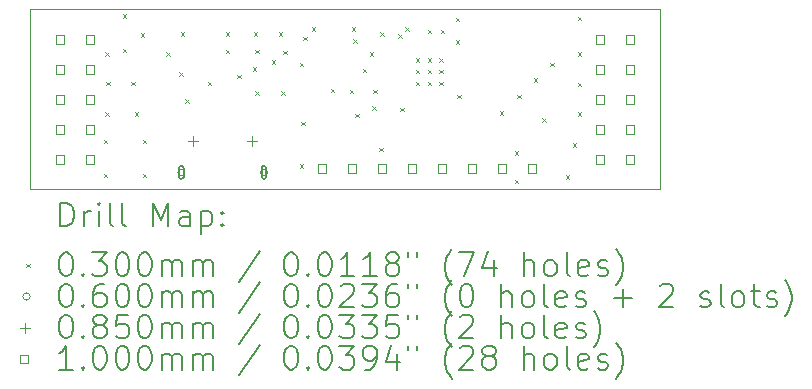
<source format=gbr>
%FSLAX45Y45*%
G04 Gerber Fmt 4.5, Leading zero omitted, Abs format (unit mm)*
G04 Created by KiCad (PCBNEW 5.99.0-unknown-476558e~101~ubuntu19.10.1) date 2020-07-07 10:55:05*
%MOMM*%
%LPD*%
G01*
G04 APERTURE LIST*
%TA.AperFunction,Profile*%
%ADD10C,0.050000*%
%TD*%
%ADD11C,0.200000*%
%ADD12C,0.030000*%
%ADD13C,0.060000*%
%ADD14C,0.085000*%
%ADD15C,0.100000*%
G04 APERTURE END LIST*
D10*
X9652000Y-10433500D02*
X9652000Y-11957500D01*
X14986000Y-10433500D02*
X9652000Y-10433500D01*
X14986000Y-11957500D02*
X14986000Y-10433500D01*
X9652000Y-11957500D02*
X14986000Y-11957500D01*
D11*
D12*
X10275000Y-11535000D02*
X10305000Y-11565000D01*
X10305000Y-11535000D02*
X10275000Y-11565000D01*
X10275000Y-11825000D02*
X10305000Y-11855000D01*
X10305000Y-11825000D02*
X10275000Y-11855000D01*
X10285000Y-10795000D02*
X10315000Y-10825000D01*
X10315000Y-10795000D02*
X10285000Y-10825000D01*
X10285000Y-11305000D02*
X10315000Y-11335000D01*
X10315000Y-11305000D02*
X10285000Y-11335000D01*
X10295000Y-11045000D02*
X10325000Y-11075000D01*
X10325000Y-11045000D02*
X10295000Y-11075000D01*
X10435000Y-10475000D02*
X10465000Y-10505000D01*
X10465000Y-10475000D02*
X10435000Y-10505000D01*
X10435000Y-10765000D02*
X10465000Y-10795000D01*
X10465000Y-10765000D02*
X10435000Y-10795000D01*
X10505000Y-11045000D02*
X10535000Y-11075000D01*
X10535000Y-11045000D02*
X10505000Y-11075000D01*
X10535000Y-11305000D02*
X10565000Y-11335000D01*
X10565000Y-11305000D02*
X10535000Y-11335000D01*
X10585000Y-10635000D02*
X10615000Y-10665000D01*
X10615000Y-10635000D02*
X10585000Y-10665000D01*
X10605000Y-11535000D02*
X10635000Y-11565000D01*
X10635000Y-11535000D02*
X10605000Y-11565000D01*
X10605000Y-11825000D02*
X10635000Y-11855000D01*
X10635000Y-11825000D02*
X10605000Y-11855000D01*
X10805000Y-10795000D02*
X10835000Y-10825000D01*
X10835000Y-10795000D02*
X10805000Y-10825000D01*
X10915000Y-10965000D02*
X10945000Y-10995000D01*
X10945000Y-10965000D02*
X10915000Y-10995000D01*
X10925000Y-10625000D02*
X10955000Y-10655000D01*
X10955000Y-10625000D02*
X10925000Y-10655000D01*
X10965000Y-11195000D02*
X10995000Y-11225000D01*
X10995000Y-11195000D02*
X10965000Y-11225000D01*
X11155000Y-11045000D02*
X11185000Y-11075000D01*
X11185000Y-11045000D02*
X11155000Y-11075000D01*
X11305000Y-10625000D02*
X11335000Y-10655000D01*
X11335000Y-10625000D02*
X11305000Y-10655000D01*
X11305000Y-10775000D02*
X11335000Y-10805000D01*
X11335000Y-10775000D02*
X11305000Y-10805000D01*
X11405000Y-10985000D02*
X11435000Y-11015000D01*
X11435000Y-10985000D02*
X11405000Y-11015000D01*
X11535000Y-10925000D02*
X11565000Y-10955000D01*
X11565000Y-10925000D02*
X11535000Y-10955000D01*
X11545000Y-10625000D02*
X11575000Y-10655000D01*
X11575000Y-10625000D02*
X11545000Y-10655000D01*
X11555000Y-10775000D02*
X11585000Y-10805000D01*
X11585000Y-10775000D02*
X11555000Y-10805000D01*
X11555000Y-11125000D02*
X11585000Y-11155000D01*
X11585000Y-11125000D02*
X11555000Y-11155000D01*
X11695000Y-10865000D02*
X11725000Y-10895000D01*
X11725000Y-10865000D02*
X11695000Y-10895000D01*
X11755000Y-10625000D02*
X11785000Y-10655000D01*
X11785000Y-10625000D02*
X11755000Y-10655000D01*
X11775000Y-11125000D02*
X11805000Y-11155000D01*
X11805000Y-11125000D02*
X11775000Y-11155000D01*
X11795000Y-10785000D02*
X11825000Y-10815000D01*
X11825000Y-10785000D02*
X11795000Y-10815000D01*
X11935000Y-10885000D02*
X11965000Y-10915000D01*
X11965000Y-10885000D02*
X11935000Y-10915000D01*
X11935000Y-11745000D02*
X11965000Y-11775000D01*
X11965000Y-11745000D02*
X11935000Y-11775000D01*
X11945000Y-11385000D02*
X11975000Y-11415000D01*
X11975000Y-11385000D02*
X11945000Y-11415000D01*
X11965000Y-10665000D02*
X11995000Y-10695000D01*
X11995000Y-10665000D02*
X11965000Y-10695000D01*
X12035000Y-10585000D02*
X12065000Y-10615000D01*
X12065000Y-10585000D02*
X12035000Y-10615000D01*
X12195000Y-11105000D02*
X12225000Y-11135000D01*
X12225000Y-11105000D02*
X12195000Y-11135000D01*
X12355000Y-11115000D02*
X12385000Y-11145000D01*
X12385000Y-11115000D02*
X12355000Y-11145000D01*
X12375000Y-10585000D02*
X12405000Y-10615000D01*
X12405000Y-10585000D02*
X12375000Y-10615000D01*
X12385000Y-10685000D02*
X12415000Y-10715000D01*
X12415000Y-10685000D02*
X12385000Y-10715000D01*
X12405000Y-11315000D02*
X12435000Y-11345000D01*
X12435000Y-11315000D02*
X12405000Y-11345000D01*
X12465000Y-10935000D02*
X12495000Y-10965000D01*
X12495000Y-10935000D02*
X12465000Y-10965000D01*
X12525000Y-10795000D02*
X12555000Y-10825000D01*
X12555000Y-10795000D02*
X12525000Y-10825000D01*
X12545000Y-11255000D02*
X12575000Y-11285000D01*
X12575000Y-11255000D02*
X12545000Y-11285000D01*
X12555000Y-11115000D02*
X12585000Y-11145000D01*
X12585000Y-11115000D02*
X12555000Y-11145000D01*
X12605000Y-11605000D02*
X12635000Y-11635000D01*
X12635000Y-11605000D02*
X12605000Y-11635000D01*
X12615000Y-10625000D02*
X12645000Y-10655000D01*
X12645000Y-10625000D02*
X12615000Y-10655000D01*
X12765000Y-10645000D02*
X12795000Y-10675000D01*
X12795000Y-10645000D02*
X12765000Y-10675000D01*
X12785000Y-11265000D02*
X12815000Y-11295000D01*
X12815000Y-11265000D02*
X12785000Y-11295000D01*
X12825000Y-10585000D02*
X12855000Y-10615000D01*
X12855000Y-10585000D02*
X12825000Y-10615000D01*
X13015000Y-10605000D02*
X13045000Y-10635000D01*
X13045000Y-10605000D02*
X13015000Y-10635000D01*
X13125000Y-10605000D02*
X13155000Y-10635000D01*
X13155000Y-10605000D02*
X13125000Y-10635000D01*
X13255000Y-10505000D02*
X13285000Y-10535000D01*
X13285000Y-10505000D02*
X13255000Y-10535000D01*
X13255000Y-10695000D02*
X13285000Y-10725000D01*
X13285000Y-10695000D02*
X13255000Y-10725000D01*
X13265000Y-11155000D02*
X13295000Y-11185000D01*
X13295000Y-11155000D02*
X13265000Y-11185000D01*
X13625000Y-11295000D02*
X13655000Y-11325000D01*
X13655000Y-11295000D02*
X13625000Y-11325000D01*
X13755000Y-11635000D02*
X13785000Y-11665000D01*
X13785000Y-11635000D02*
X13755000Y-11665000D01*
X13755000Y-11875000D02*
X13785000Y-11905000D01*
X13785000Y-11875000D02*
X13755000Y-11905000D01*
X13775000Y-11155000D02*
X13805000Y-11185000D01*
X13805000Y-11155000D02*
X13775000Y-11185000D01*
X13915000Y-11015000D02*
X13945000Y-11045000D01*
X13945000Y-11015000D02*
X13915000Y-11045000D01*
X13985000Y-11355000D02*
X14015000Y-11385000D01*
X14015000Y-11355000D02*
X13985000Y-11385000D01*
X14055000Y-10885000D02*
X14085000Y-10915000D01*
X14085000Y-10885000D02*
X14055000Y-10915000D01*
X14185000Y-11835000D02*
X14215000Y-11865000D01*
X14215000Y-11835000D02*
X14185000Y-11865000D01*
X14245000Y-11565000D02*
X14275000Y-11595000D01*
X14275000Y-11565000D02*
X14245000Y-11595000D01*
X14285000Y-10495000D02*
X14315000Y-10525000D01*
X14315000Y-10495000D02*
X14285000Y-10525000D01*
X14285000Y-10795000D02*
X14315000Y-10825000D01*
X14315000Y-10795000D02*
X14285000Y-10825000D01*
X14285000Y-11055000D02*
X14315000Y-11085000D01*
X14315000Y-11055000D02*
X14285000Y-11085000D01*
X14285000Y-11305000D02*
X14315000Y-11335000D01*
X14315000Y-11305000D02*
X14285000Y-11335000D01*
X12915000Y-10845000D02*
X12945000Y-10875000D01*
X12945000Y-10845000D02*
X12915000Y-10875000D01*
X12915000Y-10945000D02*
X12945000Y-10975000D01*
X12945000Y-10945000D02*
X12915000Y-10975000D01*
X12915000Y-11045000D02*
X12945000Y-11075000D01*
X12945000Y-11045000D02*
X12915000Y-11075000D01*
X13015000Y-10845000D02*
X13045000Y-10875000D01*
X13045000Y-10845000D02*
X13015000Y-10875000D01*
X13015000Y-10945000D02*
X13045000Y-10975000D01*
X13045000Y-10945000D02*
X13015000Y-10975000D01*
X13015000Y-11045000D02*
X13045000Y-11075000D01*
X13045000Y-11045000D02*
X13015000Y-11075000D01*
X13115000Y-10845000D02*
X13145000Y-10875000D01*
X13145000Y-10845000D02*
X13115000Y-10875000D01*
X13115000Y-10945000D02*
X13145000Y-10975000D01*
X13145000Y-10945000D02*
X13115000Y-10975000D01*
X13115000Y-11045000D02*
X13145000Y-11075000D01*
X13145000Y-11045000D02*
X13115000Y-11075000D01*
D13*
X10960000Y-11813750D02*
G75*
G03*
X10960000Y-11813750I-30000J0D01*
G01*
D11*
X10950000Y-11848750D02*
X10950000Y-11778750D01*
X10910000Y-11848750D02*
X10910000Y-11778750D01*
X10950000Y-11778750D02*
G75*
G03*
X10910000Y-11778750I-20000J0D01*
G01*
X10910000Y-11848750D02*
G75*
G03*
X10950000Y-11848750I20000J0D01*
G01*
D13*
X11660000Y-11813750D02*
G75*
G03*
X11660000Y-11813750I-30000J0D01*
G01*
D11*
X11610000Y-11778750D02*
X11610000Y-11848750D01*
X11650000Y-11778750D02*
X11650000Y-11848750D01*
X11610000Y-11848750D02*
G75*
G03*
X11650000Y-11848750I20000J0D01*
G01*
X11650000Y-11778750D02*
G75*
G03*
X11610000Y-11778750I-20000J0D01*
G01*
D14*
X11030000Y-11501250D02*
X11030000Y-11586250D01*
X10987500Y-11543750D02*
X11072500Y-11543750D01*
X11530000Y-11501250D02*
X11530000Y-11586250D01*
X11487500Y-11543750D02*
X11572500Y-11543750D01*
D15*
X14513356Y-10722856D02*
X14513356Y-10652144D01*
X14442644Y-10652144D01*
X14442644Y-10722856D01*
X14513356Y-10722856D01*
X14513356Y-10976856D02*
X14513356Y-10906144D01*
X14442644Y-10906144D01*
X14442644Y-10976856D01*
X14513356Y-10976856D01*
X14513356Y-11230856D02*
X14513356Y-11160144D01*
X14442644Y-11160144D01*
X14442644Y-11230856D01*
X14513356Y-11230856D01*
X14513356Y-11484856D02*
X14513356Y-11414144D01*
X14442644Y-11414144D01*
X14442644Y-11484856D01*
X14513356Y-11484856D01*
X14513356Y-11738856D02*
X14513356Y-11668144D01*
X14442644Y-11668144D01*
X14442644Y-11738856D01*
X14513356Y-11738856D01*
X14767356Y-10722856D02*
X14767356Y-10652144D01*
X14696644Y-10652144D01*
X14696644Y-10722856D01*
X14767356Y-10722856D01*
X14767356Y-10976856D02*
X14767356Y-10906144D01*
X14696644Y-10906144D01*
X14696644Y-10976856D01*
X14767356Y-10976856D01*
X14767356Y-11230856D02*
X14767356Y-11160144D01*
X14696644Y-11160144D01*
X14696644Y-11230856D01*
X14767356Y-11230856D01*
X14767356Y-11484856D02*
X14767356Y-11414144D01*
X14696644Y-11414144D01*
X14696644Y-11484856D01*
X14767356Y-11484856D01*
X14767356Y-11738856D02*
X14767356Y-11668144D01*
X14696644Y-11668144D01*
X14696644Y-11738856D01*
X14767356Y-11738856D01*
X12155356Y-11815356D02*
X12155356Y-11744644D01*
X12084644Y-11744644D01*
X12084644Y-11815356D01*
X12155356Y-11815356D01*
X12409356Y-11815356D02*
X12409356Y-11744644D01*
X12338644Y-11744644D01*
X12338644Y-11815356D01*
X12409356Y-11815356D01*
X12663356Y-11815356D02*
X12663356Y-11744644D01*
X12592644Y-11744644D01*
X12592644Y-11815356D01*
X12663356Y-11815356D01*
X12917356Y-11815356D02*
X12917356Y-11744644D01*
X12846644Y-11744644D01*
X12846644Y-11815356D01*
X12917356Y-11815356D01*
X13171356Y-11815356D02*
X13171356Y-11744644D01*
X13100644Y-11744644D01*
X13100644Y-11815356D01*
X13171356Y-11815356D01*
X13425356Y-11815356D02*
X13425356Y-11744644D01*
X13354644Y-11744644D01*
X13354644Y-11815356D01*
X13425356Y-11815356D01*
X13679356Y-11815356D02*
X13679356Y-11744644D01*
X13608644Y-11744644D01*
X13608644Y-11815356D01*
X13679356Y-11815356D01*
X13933356Y-11815356D02*
X13933356Y-11744644D01*
X13862644Y-11744644D01*
X13862644Y-11815356D01*
X13933356Y-11815356D01*
X9941356Y-10722856D02*
X9941356Y-10652144D01*
X9870644Y-10652144D01*
X9870644Y-10722856D01*
X9941356Y-10722856D01*
X9941356Y-10976856D02*
X9941356Y-10906144D01*
X9870644Y-10906144D01*
X9870644Y-10976856D01*
X9941356Y-10976856D01*
X9941356Y-11230856D02*
X9941356Y-11160144D01*
X9870644Y-11160144D01*
X9870644Y-11230856D01*
X9941356Y-11230856D01*
X9941356Y-11484856D02*
X9941356Y-11414144D01*
X9870644Y-11414144D01*
X9870644Y-11484856D01*
X9941356Y-11484856D01*
X9941356Y-11738856D02*
X9941356Y-11668144D01*
X9870644Y-11668144D01*
X9870644Y-11738856D01*
X9941356Y-11738856D01*
X10195356Y-10722856D02*
X10195356Y-10652144D01*
X10124644Y-10652144D01*
X10124644Y-10722856D01*
X10195356Y-10722856D01*
X10195356Y-10976856D02*
X10195356Y-10906144D01*
X10124644Y-10906144D01*
X10124644Y-10976856D01*
X10195356Y-10976856D01*
X10195356Y-11230856D02*
X10195356Y-11160144D01*
X10124644Y-11160144D01*
X10124644Y-11230856D01*
X10195356Y-11230856D01*
X10195356Y-11484856D02*
X10195356Y-11414144D01*
X10124644Y-11414144D01*
X10124644Y-11484856D01*
X10195356Y-11484856D01*
X10195356Y-11738856D02*
X10195356Y-11668144D01*
X10124644Y-11668144D01*
X10124644Y-11738856D01*
X10195356Y-11738856D01*
D11*
X9907119Y-12270476D02*
X9907119Y-12070476D01*
X9954738Y-12070476D01*
X9983309Y-12080000D01*
X10002357Y-12099048D01*
X10011881Y-12118095D01*
X10021405Y-12156190D01*
X10021405Y-12184762D01*
X10011881Y-12222857D01*
X10002357Y-12241905D01*
X9983309Y-12260952D01*
X9954738Y-12270476D01*
X9907119Y-12270476D01*
X10107119Y-12270476D02*
X10107119Y-12137143D01*
X10107119Y-12175238D02*
X10116643Y-12156190D01*
X10126167Y-12146667D01*
X10145214Y-12137143D01*
X10164262Y-12137143D01*
X10230928Y-12270476D02*
X10230928Y-12137143D01*
X10230928Y-12070476D02*
X10221405Y-12080000D01*
X10230928Y-12089524D01*
X10240452Y-12080000D01*
X10230928Y-12070476D01*
X10230928Y-12089524D01*
X10354738Y-12270476D02*
X10335690Y-12260952D01*
X10326167Y-12241905D01*
X10326167Y-12070476D01*
X10459500Y-12270476D02*
X10440452Y-12260952D01*
X10430928Y-12241905D01*
X10430928Y-12070476D01*
X10688071Y-12270476D02*
X10688071Y-12070476D01*
X10754738Y-12213333D01*
X10821405Y-12070476D01*
X10821405Y-12270476D01*
X11002357Y-12270476D02*
X11002357Y-12165714D01*
X10992833Y-12146667D01*
X10973786Y-12137143D01*
X10935690Y-12137143D01*
X10916643Y-12146667D01*
X11002357Y-12260952D02*
X10983309Y-12270476D01*
X10935690Y-12270476D01*
X10916643Y-12260952D01*
X10907119Y-12241905D01*
X10907119Y-12222857D01*
X10916643Y-12203810D01*
X10935690Y-12194286D01*
X10983309Y-12194286D01*
X11002357Y-12184762D01*
X11097595Y-12137143D02*
X11097595Y-12337143D01*
X11097595Y-12146667D02*
X11116643Y-12137143D01*
X11154738Y-12137143D01*
X11173786Y-12146667D01*
X11183309Y-12156190D01*
X11192833Y-12175238D01*
X11192833Y-12232381D01*
X11183309Y-12251429D01*
X11173786Y-12260952D01*
X11154738Y-12270476D01*
X11116643Y-12270476D01*
X11097595Y-12260952D01*
X11278547Y-12251429D02*
X11288071Y-12260952D01*
X11278547Y-12270476D01*
X11269024Y-12260952D01*
X11278547Y-12251429D01*
X11278547Y-12270476D01*
X11278547Y-12146667D02*
X11288071Y-12156190D01*
X11278547Y-12165714D01*
X11269024Y-12156190D01*
X11278547Y-12146667D01*
X11278547Y-12165714D01*
D12*
X9619500Y-12585000D02*
X9649500Y-12615000D01*
X9649500Y-12585000D02*
X9619500Y-12615000D01*
D11*
X9945214Y-12490476D02*
X9964262Y-12490476D01*
X9983309Y-12500000D01*
X9992833Y-12509524D01*
X10002357Y-12528571D01*
X10011881Y-12566667D01*
X10011881Y-12614286D01*
X10002357Y-12652381D01*
X9992833Y-12671429D01*
X9983309Y-12680952D01*
X9964262Y-12690476D01*
X9945214Y-12690476D01*
X9926167Y-12680952D01*
X9916643Y-12671429D01*
X9907119Y-12652381D01*
X9897595Y-12614286D01*
X9897595Y-12566667D01*
X9907119Y-12528571D01*
X9916643Y-12509524D01*
X9926167Y-12500000D01*
X9945214Y-12490476D01*
X10097595Y-12671429D02*
X10107119Y-12680952D01*
X10097595Y-12690476D01*
X10088071Y-12680952D01*
X10097595Y-12671429D01*
X10097595Y-12690476D01*
X10173786Y-12490476D02*
X10297595Y-12490476D01*
X10230928Y-12566667D01*
X10259500Y-12566667D01*
X10278548Y-12576190D01*
X10288071Y-12585714D01*
X10297595Y-12604762D01*
X10297595Y-12652381D01*
X10288071Y-12671429D01*
X10278548Y-12680952D01*
X10259500Y-12690476D01*
X10202357Y-12690476D01*
X10183309Y-12680952D01*
X10173786Y-12671429D01*
X10421405Y-12490476D02*
X10440452Y-12490476D01*
X10459500Y-12500000D01*
X10469024Y-12509524D01*
X10478548Y-12528571D01*
X10488071Y-12566667D01*
X10488071Y-12614286D01*
X10478548Y-12652381D01*
X10469024Y-12671429D01*
X10459500Y-12680952D01*
X10440452Y-12690476D01*
X10421405Y-12690476D01*
X10402357Y-12680952D01*
X10392833Y-12671429D01*
X10383309Y-12652381D01*
X10373786Y-12614286D01*
X10373786Y-12566667D01*
X10383309Y-12528571D01*
X10392833Y-12509524D01*
X10402357Y-12500000D01*
X10421405Y-12490476D01*
X10611881Y-12490476D02*
X10630928Y-12490476D01*
X10649976Y-12500000D01*
X10659500Y-12509524D01*
X10669024Y-12528571D01*
X10678548Y-12566667D01*
X10678548Y-12614286D01*
X10669024Y-12652381D01*
X10659500Y-12671429D01*
X10649976Y-12680952D01*
X10630928Y-12690476D01*
X10611881Y-12690476D01*
X10592833Y-12680952D01*
X10583309Y-12671429D01*
X10573786Y-12652381D01*
X10564262Y-12614286D01*
X10564262Y-12566667D01*
X10573786Y-12528571D01*
X10583309Y-12509524D01*
X10592833Y-12500000D01*
X10611881Y-12490476D01*
X10764262Y-12690476D02*
X10764262Y-12557143D01*
X10764262Y-12576190D02*
X10773786Y-12566667D01*
X10792833Y-12557143D01*
X10821405Y-12557143D01*
X10840452Y-12566667D01*
X10849976Y-12585714D01*
X10849976Y-12690476D01*
X10849976Y-12585714D02*
X10859500Y-12566667D01*
X10878548Y-12557143D01*
X10907119Y-12557143D01*
X10926167Y-12566667D01*
X10935690Y-12585714D01*
X10935690Y-12690476D01*
X11030928Y-12690476D02*
X11030928Y-12557143D01*
X11030928Y-12576190D02*
X11040452Y-12566667D01*
X11059500Y-12557143D01*
X11088071Y-12557143D01*
X11107119Y-12566667D01*
X11116643Y-12585714D01*
X11116643Y-12690476D01*
X11116643Y-12585714D02*
X11126167Y-12566667D01*
X11145214Y-12557143D01*
X11173786Y-12557143D01*
X11192833Y-12566667D01*
X11202357Y-12585714D01*
X11202357Y-12690476D01*
X11592833Y-12480952D02*
X11421405Y-12738095D01*
X11849976Y-12490476D02*
X11869024Y-12490476D01*
X11888071Y-12500000D01*
X11897595Y-12509524D01*
X11907119Y-12528571D01*
X11916643Y-12566667D01*
X11916643Y-12614286D01*
X11907119Y-12652381D01*
X11897595Y-12671429D01*
X11888071Y-12680952D01*
X11869024Y-12690476D01*
X11849976Y-12690476D01*
X11830928Y-12680952D01*
X11821405Y-12671429D01*
X11811881Y-12652381D01*
X11802357Y-12614286D01*
X11802357Y-12566667D01*
X11811881Y-12528571D01*
X11821405Y-12509524D01*
X11830928Y-12500000D01*
X11849976Y-12490476D01*
X12002357Y-12671429D02*
X12011881Y-12680952D01*
X12002357Y-12690476D01*
X11992833Y-12680952D01*
X12002357Y-12671429D01*
X12002357Y-12690476D01*
X12135690Y-12490476D02*
X12154738Y-12490476D01*
X12173786Y-12500000D01*
X12183309Y-12509524D01*
X12192833Y-12528571D01*
X12202357Y-12566667D01*
X12202357Y-12614286D01*
X12192833Y-12652381D01*
X12183309Y-12671429D01*
X12173786Y-12680952D01*
X12154738Y-12690476D01*
X12135690Y-12690476D01*
X12116643Y-12680952D01*
X12107119Y-12671429D01*
X12097595Y-12652381D01*
X12088071Y-12614286D01*
X12088071Y-12566667D01*
X12097595Y-12528571D01*
X12107119Y-12509524D01*
X12116643Y-12500000D01*
X12135690Y-12490476D01*
X12392833Y-12690476D02*
X12278547Y-12690476D01*
X12335690Y-12690476D02*
X12335690Y-12490476D01*
X12316643Y-12519048D01*
X12297595Y-12538095D01*
X12278547Y-12547619D01*
X12583309Y-12690476D02*
X12469024Y-12690476D01*
X12526166Y-12690476D02*
X12526166Y-12490476D01*
X12507119Y-12519048D01*
X12488071Y-12538095D01*
X12469024Y-12547619D01*
X12697595Y-12576190D02*
X12678547Y-12566667D01*
X12669024Y-12557143D01*
X12659500Y-12538095D01*
X12659500Y-12528571D01*
X12669024Y-12509524D01*
X12678547Y-12500000D01*
X12697595Y-12490476D01*
X12735690Y-12490476D01*
X12754738Y-12500000D01*
X12764262Y-12509524D01*
X12773786Y-12528571D01*
X12773786Y-12538095D01*
X12764262Y-12557143D01*
X12754738Y-12566667D01*
X12735690Y-12576190D01*
X12697595Y-12576190D01*
X12678547Y-12585714D01*
X12669024Y-12595238D01*
X12659500Y-12614286D01*
X12659500Y-12652381D01*
X12669024Y-12671429D01*
X12678547Y-12680952D01*
X12697595Y-12690476D01*
X12735690Y-12690476D01*
X12754738Y-12680952D01*
X12764262Y-12671429D01*
X12773786Y-12652381D01*
X12773786Y-12614286D01*
X12764262Y-12595238D01*
X12754738Y-12585714D01*
X12735690Y-12576190D01*
X12849976Y-12490476D02*
X12849976Y-12528571D01*
X12926166Y-12490476D02*
X12926166Y-12528571D01*
X13221405Y-12766667D02*
X13211881Y-12757143D01*
X13192833Y-12728571D01*
X13183309Y-12709524D01*
X13173786Y-12680952D01*
X13164262Y-12633333D01*
X13164262Y-12595238D01*
X13173786Y-12547619D01*
X13183309Y-12519048D01*
X13192833Y-12500000D01*
X13211881Y-12471429D01*
X13221405Y-12461905D01*
X13278547Y-12490476D02*
X13411881Y-12490476D01*
X13326166Y-12690476D01*
X13573786Y-12557143D02*
X13573786Y-12690476D01*
X13526166Y-12480952D02*
X13478547Y-12623810D01*
X13602357Y-12623810D01*
X13830928Y-12690476D02*
X13830928Y-12490476D01*
X13916643Y-12690476D02*
X13916643Y-12585714D01*
X13907119Y-12566667D01*
X13888071Y-12557143D01*
X13859500Y-12557143D01*
X13840452Y-12566667D01*
X13830928Y-12576190D01*
X14040452Y-12690476D02*
X14021405Y-12680952D01*
X14011881Y-12671429D01*
X14002357Y-12652381D01*
X14002357Y-12595238D01*
X14011881Y-12576190D01*
X14021405Y-12566667D01*
X14040452Y-12557143D01*
X14069024Y-12557143D01*
X14088071Y-12566667D01*
X14097595Y-12576190D01*
X14107119Y-12595238D01*
X14107119Y-12652381D01*
X14097595Y-12671429D01*
X14088071Y-12680952D01*
X14069024Y-12690476D01*
X14040452Y-12690476D01*
X14221405Y-12690476D02*
X14202357Y-12680952D01*
X14192833Y-12661905D01*
X14192833Y-12490476D01*
X14373786Y-12680952D02*
X14354738Y-12690476D01*
X14316643Y-12690476D01*
X14297595Y-12680952D01*
X14288071Y-12661905D01*
X14288071Y-12585714D01*
X14297595Y-12566667D01*
X14316643Y-12557143D01*
X14354738Y-12557143D01*
X14373786Y-12566667D01*
X14383309Y-12585714D01*
X14383309Y-12604762D01*
X14288071Y-12623810D01*
X14459500Y-12680952D02*
X14478547Y-12690476D01*
X14516643Y-12690476D01*
X14535690Y-12680952D01*
X14545214Y-12661905D01*
X14545214Y-12652381D01*
X14535690Y-12633333D01*
X14516643Y-12623810D01*
X14488071Y-12623810D01*
X14469024Y-12614286D01*
X14459500Y-12595238D01*
X14459500Y-12585714D01*
X14469024Y-12566667D01*
X14488071Y-12557143D01*
X14516643Y-12557143D01*
X14535690Y-12566667D01*
X14611881Y-12766667D02*
X14621405Y-12757143D01*
X14640452Y-12728571D01*
X14649976Y-12709524D01*
X14659500Y-12680952D01*
X14669024Y-12633333D01*
X14669024Y-12595238D01*
X14659500Y-12547619D01*
X14649976Y-12519048D01*
X14640452Y-12500000D01*
X14621405Y-12471429D01*
X14611881Y-12461905D01*
D13*
X9649500Y-12864000D02*
G75*
G03*
X9649500Y-12864000I-30000J0D01*
G01*
D11*
X9945214Y-12754476D02*
X9964262Y-12754476D01*
X9983309Y-12764000D01*
X9992833Y-12773524D01*
X10002357Y-12792571D01*
X10011881Y-12830667D01*
X10011881Y-12878286D01*
X10002357Y-12916381D01*
X9992833Y-12935429D01*
X9983309Y-12944952D01*
X9964262Y-12954476D01*
X9945214Y-12954476D01*
X9926167Y-12944952D01*
X9916643Y-12935429D01*
X9907119Y-12916381D01*
X9897595Y-12878286D01*
X9897595Y-12830667D01*
X9907119Y-12792571D01*
X9916643Y-12773524D01*
X9926167Y-12764000D01*
X9945214Y-12754476D01*
X10097595Y-12935429D02*
X10107119Y-12944952D01*
X10097595Y-12954476D01*
X10088071Y-12944952D01*
X10097595Y-12935429D01*
X10097595Y-12954476D01*
X10278548Y-12754476D02*
X10240452Y-12754476D01*
X10221405Y-12764000D01*
X10211881Y-12773524D01*
X10192833Y-12802095D01*
X10183309Y-12840190D01*
X10183309Y-12916381D01*
X10192833Y-12935429D01*
X10202357Y-12944952D01*
X10221405Y-12954476D01*
X10259500Y-12954476D01*
X10278548Y-12944952D01*
X10288071Y-12935429D01*
X10297595Y-12916381D01*
X10297595Y-12868762D01*
X10288071Y-12849714D01*
X10278548Y-12840190D01*
X10259500Y-12830667D01*
X10221405Y-12830667D01*
X10202357Y-12840190D01*
X10192833Y-12849714D01*
X10183309Y-12868762D01*
X10421405Y-12754476D02*
X10440452Y-12754476D01*
X10459500Y-12764000D01*
X10469024Y-12773524D01*
X10478548Y-12792571D01*
X10488071Y-12830667D01*
X10488071Y-12878286D01*
X10478548Y-12916381D01*
X10469024Y-12935429D01*
X10459500Y-12944952D01*
X10440452Y-12954476D01*
X10421405Y-12954476D01*
X10402357Y-12944952D01*
X10392833Y-12935429D01*
X10383309Y-12916381D01*
X10373786Y-12878286D01*
X10373786Y-12830667D01*
X10383309Y-12792571D01*
X10392833Y-12773524D01*
X10402357Y-12764000D01*
X10421405Y-12754476D01*
X10611881Y-12754476D02*
X10630928Y-12754476D01*
X10649976Y-12764000D01*
X10659500Y-12773524D01*
X10669024Y-12792571D01*
X10678548Y-12830667D01*
X10678548Y-12878286D01*
X10669024Y-12916381D01*
X10659500Y-12935429D01*
X10649976Y-12944952D01*
X10630928Y-12954476D01*
X10611881Y-12954476D01*
X10592833Y-12944952D01*
X10583309Y-12935429D01*
X10573786Y-12916381D01*
X10564262Y-12878286D01*
X10564262Y-12830667D01*
X10573786Y-12792571D01*
X10583309Y-12773524D01*
X10592833Y-12764000D01*
X10611881Y-12754476D01*
X10764262Y-12954476D02*
X10764262Y-12821143D01*
X10764262Y-12840190D02*
X10773786Y-12830667D01*
X10792833Y-12821143D01*
X10821405Y-12821143D01*
X10840452Y-12830667D01*
X10849976Y-12849714D01*
X10849976Y-12954476D01*
X10849976Y-12849714D02*
X10859500Y-12830667D01*
X10878548Y-12821143D01*
X10907119Y-12821143D01*
X10926167Y-12830667D01*
X10935690Y-12849714D01*
X10935690Y-12954476D01*
X11030928Y-12954476D02*
X11030928Y-12821143D01*
X11030928Y-12840190D02*
X11040452Y-12830667D01*
X11059500Y-12821143D01*
X11088071Y-12821143D01*
X11107119Y-12830667D01*
X11116643Y-12849714D01*
X11116643Y-12954476D01*
X11116643Y-12849714D02*
X11126167Y-12830667D01*
X11145214Y-12821143D01*
X11173786Y-12821143D01*
X11192833Y-12830667D01*
X11202357Y-12849714D01*
X11202357Y-12954476D01*
X11592833Y-12744952D02*
X11421405Y-13002095D01*
X11849976Y-12754476D02*
X11869024Y-12754476D01*
X11888071Y-12764000D01*
X11897595Y-12773524D01*
X11907119Y-12792571D01*
X11916643Y-12830667D01*
X11916643Y-12878286D01*
X11907119Y-12916381D01*
X11897595Y-12935429D01*
X11888071Y-12944952D01*
X11869024Y-12954476D01*
X11849976Y-12954476D01*
X11830928Y-12944952D01*
X11821405Y-12935429D01*
X11811881Y-12916381D01*
X11802357Y-12878286D01*
X11802357Y-12830667D01*
X11811881Y-12792571D01*
X11821405Y-12773524D01*
X11830928Y-12764000D01*
X11849976Y-12754476D01*
X12002357Y-12935429D02*
X12011881Y-12944952D01*
X12002357Y-12954476D01*
X11992833Y-12944952D01*
X12002357Y-12935429D01*
X12002357Y-12954476D01*
X12135690Y-12754476D02*
X12154738Y-12754476D01*
X12173786Y-12764000D01*
X12183309Y-12773524D01*
X12192833Y-12792571D01*
X12202357Y-12830667D01*
X12202357Y-12878286D01*
X12192833Y-12916381D01*
X12183309Y-12935429D01*
X12173786Y-12944952D01*
X12154738Y-12954476D01*
X12135690Y-12954476D01*
X12116643Y-12944952D01*
X12107119Y-12935429D01*
X12097595Y-12916381D01*
X12088071Y-12878286D01*
X12088071Y-12830667D01*
X12097595Y-12792571D01*
X12107119Y-12773524D01*
X12116643Y-12764000D01*
X12135690Y-12754476D01*
X12278547Y-12773524D02*
X12288071Y-12764000D01*
X12307119Y-12754476D01*
X12354738Y-12754476D01*
X12373786Y-12764000D01*
X12383309Y-12773524D01*
X12392833Y-12792571D01*
X12392833Y-12811619D01*
X12383309Y-12840190D01*
X12269024Y-12954476D01*
X12392833Y-12954476D01*
X12459500Y-12754476D02*
X12583309Y-12754476D01*
X12516643Y-12830667D01*
X12545214Y-12830667D01*
X12564262Y-12840190D01*
X12573786Y-12849714D01*
X12583309Y-12868762D01*
X12583309Y-12916381D01*
X12573786Y-12935429D01*
X12564262Y-12944952D01*
X12545214Y-12954476D01*
X12488071Y-12954476D01*
X12469024Y-12944952D01*
X12459500Y-12935429D01*
X12754738Y-12754476D02*
X12716643Y-12754476D01*
X12697595Y-12764000D01*
X12688071Y-12773524D01*
X12669024Y-12802095D01*
X12659500Y-12840190D01*
X12659500Y-12916381D01*
X12669024Y-12935429D01*
X12678547Y-12944952D01*
X12697595Y-12954476D01*
X12735690Y-12954476D01*
X12754738Y-12944952D01*
X12764262Y-12935429D01*
X12773786Y-12916381D01*
X12773786Y-12868762D01*
X12764262Y-12849714D01*
X12754738Y-12840190D01*
X12735690Y-12830667D01*
X12697595Y-12830667D01*
X12678547Y-12840190D01*
X12669024Y-12849714D01*
X12659500Y-12868762D01*
X12849976Y-12754476D02*
X12849976Y-12792571D01*
X12926166Y-12754476D02*
X12926166Y-12792571D01*
X13221405Y-13030667D02*
X13211881Y-13021143D01*
X13192833Y-12992571D01*
X13183309Y-12973524D01*
X13173786Y-12944952D01*
X13164262Y-12897333D01*
X13164262Y-12859238D01*
X13173786Y-12811619D01*
X13183309Y-12783048D01*
X13192833Y-12764000D01*
X13211881Y-12735429D01*
X13221405Y-12725905D01*
X13335690Y-12754476D02*
X13354738Y-12754476D01*
X13373786Y-12764000D01*
X13383309Y-12773524D01*
X13392833Y-12792571D01*
X13402357Y-12830667D01*
X13402357Y-12878286D01*
X13392833Y-12916381D01*
X13383309Y-12935429D01*
X13373786Y-12944952D01*
X13354738Y-12954476D01*
X13335690Y-12954476D01*
X13316643Y-12944952D01*
X13307119Y-12935429D01*
X13297595Y-12916381D01*
X13288071Y-12878286D01*
X13288071Y-12830667D01*
X13297595Y-12792571D01*
X13307119Y-12773524D01*
X13316643Y-12764000D01*
X13335690Y-12754476D01*
X13640452Y-12954476D02*
X13640452Y-12754476D01*
X13726166Y-12954476D02*
X13726166Y-12849714D01*
X13716643Y-12830667D01*
X13697595Y-12821143D01*
X13669024Y-12821143D01*
X13649976Y-12830667D01*
X13640452Y-12840190D01*
X13849976Y-12954476D02*
X13830928Y-12944952D01*
X13821405Y-12935429D01*
X13811881Y-12916381D01*
X13811881Y-12859238D01*
X13821405Y-12840190D01*
X13830928Y-12830667D01*
X13849976Y-12821143D01*
X13878547Y-12821143D01*
X13897595Y-12830667D01*
X13907119Y-12840190D01*
X13916643Y-12859238D01*
X13916643Y-12916381D01*
X13907119Y-12935429D01*
X13897595Y-12944952D01*
X13878547Y-12954476D01*
X13849976Y-12954476D01*
X14030928Y-12954476D02*
X14011881Y-12944952D01*
X14002357Y-12925905D01*
X14002357Y-12754476D01*
X14183309Y-12944952D02*
X14164262Y-12954476D01*
X14126166Y-12954476D01*
X14107119Y-12944952D01*
X14097595Y-12925905D01*
X14097595Y-12849714D01*
X14107119Y-12830667D01*
X14126166Y-12821143D01*
X14164262Y-12821143D01*
X14183309Y-12830667D01*
X14192833Y-12849714D01*
X14192833Y-12868762D01*
X14097595Y-12887810D01*
X14269024Y-12944952D02*
X14288071Y-12954476D01*
X14326166Y-12954476D01*
X14345214Y-12944952D01*
X14354738Y-12925905D01*
X14354738Y-12916381D01*
X14345214Y-12897333D01*
X14326166Y-12887810D01*
X14297595Y-12887810D01*
X14278547Y-12878286D01*
X14269024Y-12859238D01*
X14269024Y-12849714D01*
X14278547Y-12830667D01*
X14297595Y-12821143D01*
X14326166Y-12821143D01*
X14345214Y-12830667D01*
X14592833Y-12878286D02*
X14745214Y-12878286D01*
X14669024Y-12954476D02*
X14669024Y-12802095D01*
X14983309Y-12773524D02*
X14992833Y-12764000D01*
X15011881Y-12754476D01*
X15059500Y-12754476D01*
X15078547Y-12764000D01*
X15088071Y-12773524D01*
X15097595Y-12792571D01*
X15097595Y-12811619D01*
X15088071Y-12840190D01*
X14973786Y-12954476D01*
X15097595Y-12954476D01*
X15326166Y-12944952D02*
X15345214Y-12954476D01*
X15383309Y-12954476D01*
X15402357Y-12944952D01*
X15411881Y-12925905D01*
X15411881Y-12916381D01*
X15402357Y-12897333D01*
X15383309Y-12887810D01*
X15354738Y-12887810D01*
X15335690Y-12878286D01*
X15326166Y-12859238D01*
X15326166Y-12849714D01*
X15335690Y-12830667D01*
X15354738Y-12821143D01*
X15383309Y-12821143D01*
X15402357Y-12830667D01*
X15526166Y-12954476D02*
X15507119Y-12944952D01*
X15497595Y-12925905D01*
X15497595Y-12754476D01*
X15630928Y-12954476D02*
X15611881Y-12944952D01*
X15602357Y-12935429D01*
X15592833Y-12916381D01*
X15592833Y-12859238D01*
X15602357Y-12840190D01*
X15611881Y-12830667D01*
X15630928Y-12821143D01*
X15659500Y-12821143D01*
X15678547Y-12830667D01*
X15688071Y-12840190D01*
X15697595Y-12859238D01*
X15697595Y-12916381D01*
X15688071Y-12935429D01*
X15678547Y-12944952D01*
X15659500Y-12954476D01*
X15630928Y-12954476D01*
X15754738Y-12821143D02*
X15830928Y-12821143D01*
X15783309Y-12754476D02*
X15783309Y-12925905D01*
X15792833Y-12944952D01*
X15811881Y-12954476D01*
X15830928Y-12954476D01*
X15888071Y-12944952D02*
X15907119Y-12954476D01*
X15945214Y-12954476D01*
X15964262Y-12944952D01*
X15973786Y-12925905D01*
X15973786Y-12916381D01*
X15964262Y-12897333D01*
X15945214Y-12887810D01*
X15916643Y-12887810D01*
X15897595Y-12878286D01*
X15888071Y-12859238D01*
X15888071Y-12849714D01*
X15897595Y-12830667D01*
X15916643Y-12821143D01*
X15945214Y-12821143D01*
X15964262Y-12830667D01*
X16040452Y-13030667D02*
X16049976Y-13021143D01*
X16069024Y-12992571D01*
X16078547Y-12973524D01*
X16088071Y-12944952D01*
X16097595Y-12897333D01*
X16097595Y-12859238D01*
X16088071Y-12811619D01*
X16078547Y-12783048D01*
X16069024Y-12764000D01*
X16049976Y-12735429D01*
X16040452Y-12725905D01*
D14*
X9607000Y-13085500D02*
X9607000Y-13170500D01*
X9564500Y-13128000D02*
X9649500Y-13128000D01*
D11*
X9945214Y-13018476D02*
X9964262Y-13018476D01*
X9983309Y-13028000D01*
X9992833Y-13037524D01*
X10002357Y-13056571D01*
X10011881Y-13094667D01*
X10011881Y-13142286D01*
X10002357Y-13180381D01*
X9992833Y-13199429D01*
X9983309Y-13208952D01*
X9964262Y-13218476D01*
X9945214Y-13218476D01*
X9926167Y-13208952D01*
X9916643Y-13199429D01*
X9907119Y-13180381D01*
X9897595Y-13142286D01*
X9897595Y-13094667D01*
X9907119Y-13056571D01*
X9916643Y-13037524D01*
X9926167Y-13028000D01*
X9945214Y-13018476D01*
X10097595Y-13199429D02*
X10107119Y-13208952D01*
X10097595Y-13218476D01*
X10088071Y-13208952D01*
X10097595Y-13199429D01*
X10097595Y-13218476D01*
X10221405Y-13104190D02*
X10202357Y-13094667D01*
X10192833Y-13085143D01*
X10183309Y-13066095D01*
X10183309Y-13056571D01*
X10192833Y-13037524D01*
X10202357Y-13028000D01*
X10221405Y-13018476D01*
X10259500Y-13018476D01*
X10278548Y-13028000D01*
X10288071Y-13037524D01*
X10297595Y-13056571D01*
X10297595Y-13066095D01*
X10288071Y-13085143D01*
X10278548Y-13094667D01*
X10259500Y-13104190D01*
X10221405Y-13104190D01*
X10202357Y-13113714D01*
X10192833Y-13123238D01*
X10183309Y-13142286D01*
X10183309Y-13180381D01*
X10192833Y-13199429D01*
X10202357Y-13208952D01*
X10221405Y-13218476D01*
X10259500Y-13218476D01*
X10278548Y-13208952D01*
X10288071Y-13199429D01*
X10297595Y-13180381D01*
X10297595Y-13142286D01*
X10288071Y-13123238D01*
X10278548Y-13113714D01*
X10259500Y-13104190D01*
X10478548Y-13018476D02*
X10383309Y-13018476D01*
X10373786Y-13113714D01*
X10383309Y-13104190D01*
X10402357Y-13094667D01*
X10449976Y-13094667D01*
X10469024Y-13104190D01*
X10478548Y-13113714D01*
X10488071Y-13132762D01*
X10488071Y-13180381D01*
X10478548Y-13199429D01*
X10469024Y-13208952D01*
X10449976Y-13218476D01*
X10402357Y-13218476D01*
X10383309Y-13208952D01*
X10373786Y-13199429D01*
X10611881Y-13018476D02*
X10630928Y-13018476D01*
X10649976Y-13028000D01*
X10659500Y-13037524D01*
X10669024Y-13056571D01*
X10678548Y-13094667D01*
X10678548Y-13142286D01*
X10669024Y-13180381D01*
X10659500Y-13199429D01*
X10649976Y-13208952D01*
X10630928Y-13218476D01*
X10611881Y-13218476D01*
X10592833Y-13208952D01*
X10583309Y-13199429D01*
X10573786Y-13180381D01*
X10564262Y-13142286D01*
X10564262Y-13094667D01*
X10573786Y-13056571D01*
X10583309Y-13037524D01*
X10592833Y-13028000D01*
X10611881Y-13018476D01*
X10764262Y-13218476D02*
X10764262Y-13085143D01*
X10764262Y-13104190D02*
X10773786Y-13094667D01*
X10792833Y-13085143D01*
X10821405Y-13085143D01*
X10840452Y-13094667D01*
X10849976Y-13113714D01*
X10849976Y-13218476D01*
X10849976Y-13113714D02*
X10859500Y-13094667D01*
X10878548Y-13085143D01*
X10907119Y-13085143D01*
X10926167Y-13094667D01*
X10935690Y-13113714D01*
X10935690Y-13218476D01*
X11030928Y-13218476D02*
X11030928Y-13085143D01*
X11030928Y-13104190D02*
X11040452Y-13094667D01*
X11059500Y-13085143D01*
X11088071Y-13085143D01*
X11107119Y-13094667D01*
X11116643Y-13113714D01*
X11116643Y-13218476D01*
X11116643Y-13113714D02*
X11126167Y-13094667D01*
X11145214Y-13085143D01*
X11173786Y-13085143D01*
X11192833Y-13094667D01*
X11202357Y-13113714D01*
X11202357Y-13218476D01*
X11592833Y-13008952D02*
X11421405Y-13266095D01*
X11849976Y-13018476D02*
X11869024Y-13018476D01*
X11888071Y-13028000D01*
X11897595Y-13037524D01*
X11907119Y-13056571D01*
X11916643Y-13094667D01*
X11916643Y-13142286D01*
X11907119Y-13180381D01*
X11897595Y-13199429D01*
X11888071Y-13208952D01*
X11869024Y-13218476D01*
X11849976Y-13218476D01*
X11830928Y-13208952D01*
X11821405Y-13199429D01*
X11811881Y-13180381D01*
X11802357Y-13142286D01*
X11802357Y-13094667D01*
X11811881Y-13056571D01*
X11821405Y-13037524D01*
X11830928Y-13028000D01*
X11849976Y-13018476D01*
X12002357Y-13199429D02*
X12011881Y-13208952D01*
X12002357Y-13218476D01*
X11992833Y-13208952D01*
X12002357Y-13199429D01*
X12002357Y-13218476D01*
X12135690Y-13018476D02*
X12154738Y-13018476D01*
X12173786Y-13028000D01*
X12183309Y-13037524D01*
X12192833Y-13056571D01*
X12202357Y-13094667D01*
X12202357Y-13142286D01*
X12192833Y-13180381D01*
X12183309Y-13199429D01*
X12173786Y-13208952D01*
X12154738Y-13218476D01*
X12135690Y-13218476D01*
X12116643Y-13208952D01*
X12107119Y-13199429D01*
X12097595Y-13180381D01*
X12088071Y-13142286D01*
X12088071Y-13094667D01*
X12097595Y-13056571D01*
X12107119Y-13037524D01*
X12116643Y-13028000D01*
X12135690Y-13018476D01*
X12269024Y-13018476D02*
X12392833Y-13018476D01*
X12326166Y-13094667D01*
X12354738Y-13094667D01*
X12373786Y-13104190D01*
X12383309Y-13113714D01*
X12392833Y-13132762D01*
X12392833Y-13180381D01*
X12383309Y-13199429D01*
X12373786Y-13208952D01*
X12354738Y-13218476D01*
X12297595Y-13218476D01*
X12278547Y-13208952D01*
X12269024Y-13199429D01*
X12459500Y-13018476D02*
X12583309Y-13018476D01*
X12516643Y-13094667D01*
X12545214Y-13094667D01*
X12564262Y-13104190D01*
X12573786Y-13113714D01*
X12583309Y-13132762D01*
X12583309Y-13180381D01*
X12573786Y-13199429D01*
X12564262Y-13208952D01*
X12545214Y-13218476D01*
X12488071Y-13218476D01*
X12469024Y-13208952D01*
X12459500Y-13199429D01*
X12764262Y-13018476D02*
X12669024Y-13018476D01*
X12659500Y-13113714D01*
X12669024Y-13104190D01*
X12688071Y-13094667D01*
X12735690Y-13094667D01*
X12754738Y-13104190D01*
X12764262Y-13113714D01*
X12773786Y-13132762D01*
X12773786Y-13180381D01*
X12764262Y-13199429D01*
X12754738Y-13208952D01*
X12735690Y-13218476D01*
X12688071Y-13218476D01*
X12669024Y-13208952D01*
X12659500Y-13199429D01*
X12849976Y-13018476D02*
X12849976Y-13056571D01*
X12926166Y-13018476D02*
X12926166Y-13056571D01*
X13221405Y-13294667D02*
X13211881Y-13285143D01*
X13192833Y-13256571D01*
X13183309Y-13237524D01*
X13173786Y-13208952D01*
X13164262Y-13161333D01*
X13164262Y-13123238D01*
X13173786Y-13075619D01*
X13183309Y-13047048D01*
X13192833Y-13028000D01*
X13211881Y-12999429D01*
X13221405Y-12989905D01*
X13288071Y-13037524D02*
X13297595Y-13028000D01*
X13316643Y-13018476D01*
X13364262Y-13018476D01*
X13383309Y-13028000D01*
X13392833Y-13037524D01*
X13402357Y-13056571D01*
X13402357Y-13075619D01*
X13392833Y-13104190D01*
X13278547Y-13218476D01*
X13402357Y-13218476D01*
X13640452Y-13218476D02*
X13640452Y-13018476D01*
X13726166Y-13218476D02*
X13726166Y-13113714D01*
X13716643Y-13094667D01*
X13697595Y-13085143D01*
X13669024Y-13085143D01*
X13649976Y-13094667D01*
X13640452Y-13104190D01*
X13849976Y-13218476D02*
X13830928Y-13208952D01*
X13821405Y-13199429D01*
X13811881Y-13180381D01*
X13811881Y-13123238D01*
X13821405Y-13104190D01*
X13830928Y-13094667D01*
X13849976Y-13085143D01*
X13878547Y-13085143D01*
X13897595Y-13094667D01*
X13907119Y-13104190D01*
X13916643Y-13123238D01*
X13916643Y-13180381D01*
X13907119Y-13199429D01*
X13897595Y-13208952D01*
X13878547Y-13218476D01*
X13849976Y-13218476D01*
X14030928Y-13218476D02*
X14011881Y-13208952D01*
X14002357Y-13189905D01*
X14002357Y-13018476D01*
X14183309Y-13208952D02*
X14164262Y-13218476D01*
X14126166Y-13218476D01*
X14107119Y-13208952D01*
X14097595Y-13189905D01*
X14097595Y-13113714D01*
X14107119Y-13094667D01*
X14126166Y-13085143D01*
X14164262Y-13085143D01*
X14183309Y-13094667D01*
X14192833Y-13113714D01*
X14192833Y-13132762D01*
X14097595Y-13151810D01*
X14269024Y-13208952D02*
X14288071Y-13218476D01*
X14326166Y-13218476D01*
X14345214Y-13208952D01*
X14354738Y-13189905D01*
X14354738Y-13180381D01*
X14345214Y-13161333D01*
X14326166Y-13151810D01*
X14297595Y-13151810D01*
X14278547Y-13142286D01*
X14269024Y-13123238D01*
X14269024Y-13113714D01*
X14278547Y-13094667D01*
X14297595Y-13085143D01*
X14326166Y-13085143D01*
X14345214Y-13094667D01*
X14421405Y-13294667D02*
X14430928Y-13285143D01*
X14449976Y-13256571D01*
X14459500Y-13237524D01*
X14469024Y-13208952D01*
X14478547Y-13161333D01*
X14478547Y-13123238D01*
X14469024Y-13075619D01*
X14459500Y-13047048D01*
X14449976Y-13028000D01*
X14430928Y-12999429D01*
X14421405Y-12989905D01*
D15*
X9634856Y-13427356D02*
X9634856Y-13356644D01*
X9564144Y-13356644D01*
X9564144Y-13427356D01*
X9634856Y-13427356D01*
D11*
X10011881Y-13482476D02*
X9897595Y-13482476D01*
X9954738Y-13482476D02*
X9954738Y-13282476D01*
X9935690Y-13311048D01*
X9916643Y-13330095D01*
X9897595Y-13339619D01*
X10097595Y-13463429D02*
X10107119Y-13472952D01*
X10097595Y-13482476D01*
X10088071Y-13472952D01*
X10097595Y-13463429D01*
X10097595Y-13482476D01*
X10230928Y-13282476D02*
X10249976Y-13282476D01*
X10269024Y-13292000D01*
X10278548Y-13301524D01*
X10288071Y-13320571D01*
X10297595Y-13358667D01*
X10297595Y-13406286D01*
X10288071Y-13444381D01*
X10278548Y-13463429D01*
X10269024Y-13472952D01*
X10249976Y-13482476D01*
X10230928Y-13482476D01*
X10211881Y-13472952D01*
X10202357Y-13463429D01*
X10192833Y-13444381D01*
X10183309Y-13406286D01*
X10183309Y-13358667D01*
X10192833Y-13320571D01*
X10202357Y-13301524D01*
X10211881Y-13292000D01*
X10230928Y-13282476D01*
X10421405Y-13282476D02*
X10440452Y-13282476D01*
X10459500Y-13292000D01*
X10469024Y-13301524D01*
X10478548Y-13320571D01*
X10488071Y-13358667D01*
X10488071Y-13406286D01*
X10478548Y-13444381D01*
X10469024Y-13463429D01*
X10459500Y-13472952D01*
X10440452Y-13482476D01*
X10421405Y-13482476D01*
X10402357Y-13472952D01*
X10392833Y-13463429D01*
X10383309Y-13444381D01*
X10373786Y-13406286D01*
X10373786Y-13358667D01*
X10383309Y-13320571D01*
X10392833Y-13301524D01*
X10402357Y-13292000D01*
X10421405Y-13282476D01*
X10611881Y-13282476D02*
X10630928Y-13282476D01*
X10649976Y-13292000D01*
X10659500Y-13301524D01*
X10669024Y-13320571D01*
X10678548Y-13358667D01*
X10678548Y-13406286D01*
X10669024Y-13444381D01*
X10659500Y-13463429D01*
X10649976Y-13472952D01*
X10630928Y-13482476D01*
X10611881Y-13482476D01*
X10592833Y-13472952D01*
X10583309Y-13463429D01*
X10573786Y-13444381D01*
X10564262Y-13406286D01*
X10564262Y-13358667D01*
X10573786Y-13320571D01*
X10583309Y-13301524D01*
X10592833Y-13292000D01*
X10611881Y-13282476D01*
X10764262Y-13482476D02*
X10764262Y-13349143D01*
X10764262Y-13368190D02*
X10773786Y-13358667D01*
X10792833Y-13349143D01*
X10821405Y-13349143D01*
X10840452Y-13358667D01*
X10849976Y-13377714D01*
X10849976Y-13482476D01*
X10849976Y-13377714D02*
X10859500Y-13358667D01*
X10878548Y-13349143D01*
X10907119Y-13349143D01*
X10926167Y-13358667D01*
X10935690Y-13377714D01*
X10935690Y-13482476D01*
X11030928Y-13482476D02*
X11030928Y-13349143D01*
X11030928Y-13368190D02*
X11040452Y-13358667D01*
X11059500Y-13349143D01*
X11088071Y-13349143D01*
X11107119Y-13358667D01*
X11116643Y-13377714D01*
X11116643Y-13482476D01*
X11116643Y-13377714D02*
X11126167Y-13358667D01*
X11145214Y-13349143D01*
X11173786Y-13349143D01*
X11192833Y-13358667D01*
X11202357Y-13377714D01*
X11202357Y-13482476D01*
X11592833Y-13272952D02*
X11421405Y-13530095D01*
X11849976Y-13282476D02*
X11869024Y-13282476D01*
X11888071Y-13292000D01*
X11897595Y-13301524D01*
X11907119Y-13320571D01*
X11916643Y-13358667D01*
X11916643Y-13406286D01*
X11907119Y-13444381D01*
X11897595Y-13463429D01*
X11888071Y-13472952D01*
X11869024Y-13482476D01*
X11849976Y-13482476D01*
X11830928Y-13472952D01*
X11821405Y-13463429D01*
X11811881Y-13444381D01*
X11802357Y-13406286D01*
X11802357Y-13358667D01*
X11811881Y-13320571D01*
X11821405Y-13301524D01*
X11830928Y-13292000D01*
X11849976Y-13282476D01*
X12002357Y-13463429D02*
X12011881Y-13472952D01*
X12002357Y-13482476D01*
X11992833Y-13472952D01*
X12002357Y-13463429D01*
X12002357Y-13482476D01*
X12135690Y-13282476D02*
X12154738Y-13282476D01*
X12173786Y-13292000D01*
X12183309Y-13301524D01*
X12192833Y-13320571D01*
X12202357Y-13358667D01*
X12202357Y-13406286D01*
X12192833Y-13444381D01*
X12183309Y-13463429D01*
X12173786Y-13472952D01*
X12154738Y-13482476D01*
X12135690Y-13482476D01*
X12116643Y-13472952D01*
X12107119Y-13463429D01*
X12097595Y-13444381D01*
X12088071Y-13406286D01*
X12088071Y-13358667D01*
X12097595Y-13320571D01*
X12107119Y-13301524D01*
X12116643Y-13292000D01*
X12135690Y-13282476D01*
X12269024Y-13282476D02*
X12392833Y-13282476D01*
X12326166Y-13358667D01*
X12354738Y-13358667D01*
X12373786Y-13368190D01*
X12383309Y-13377714D01*
X12392833Y-13396762D01*
X12392833Y-13444381D01*
X12383309Y-13463429D01*
X12373786Y-13472952D01*
X12354738Y-13482476D01*
X12297595Y-13482476D01*
X12278547Y-13472952D01*
X12269024Y-13463429D01*
X12488071Y-13482476D02*
X12526166Y-13482476D01*
X12545214Y-13472952D01*
X12554738Y-13463429D01*
X12573786Y-13434857D01*
X12583309Y-13396762D01*
X12583309Y-13320571D01*
X12573786Y-13301524D01*
X12564262Y-13292000D01*
X12545214Y-13282476D01*
X12507119Y-13282476D01*
X12488071Y-13292000D01*
X12478547Y-13301524D01*
X12469024Y-13320571D01*
X12469024Y-13368190D01*
X12478547Y-13387238D01*
X12488071Y-13396762D01*
X12507119Y-13406286D01*
X12545214Y-13406286D01*
X12564262Y-13396762D01*
X12573786Y-13387238D01*
X12583309Y-13368190D01*
X12754738Y-13349143D02*
X12754738Y-13482476D01*
X12707119Y-13272952D02*
X12659500Y-13415810D01*
X12783309Y-13415810D01*
X12849976Y-13282476D02*
X12849976Y-13320571D01*
X12926166Y-13282476D02*
X12926166Y-13320571D01*
X13221405Y-13558667D02*
X13211881Y-13549143D01*
X13192833Y-13520571D01*
X13183309Y-13501524D01*
X13173786Y-13472952D01*
X13164262Y-13425333D01*
X13164262Y-13387238D01*
X13173786Y-13339619D01*
X13183309Y-13311048D01*
X13192833Y-13292000D01*
X13211881Y-13263429D01*
X13221405Y-13253905D01*
X13288071Y-13301524D02*
X13297595Y-13292000D01*
X13316643Y-13282476D01*
X13364262Y-13282476D01*
X13383309Y-13292000D01*
X13392833Y-13301524D01*
X13402357Y-13320571D01*
X13402357Y-13339619D01*
X13392833Y-13368190D01*
X13278547Y-13482476D01*
X13402357Y-13482476D01*
X13516643Y-13368190D02*
X13497595Y-13358667D01*
X13488071Y-13349143D01*
X13478547Y-13330095D01*
X13478547Y-13320571D01*
X13488071Y-13301524D01*
X13497595Y-13292000D01*
X13516643Y-13282476D01*
X13554738Y-13282476D01*
X13573786Y-13292000D01*
X13583309Y-13301524D01*
X13592833Y-13320571D01*
X13592833Y-13330095D01*
X13583309Y-13349143D01*
X13573786Y-13358667D01*
X13554738Y-13368190D01*
X13516643Y-13368190D01*
X13497595Y-13377714D01*
X13488071Y-13387238D01*
X13478547Y-13406286D01*
X13478547Y-13444381D01*
X13488071Y-13463429D01*
X13497595Y-13472952D01*
X13516643Y-13482476D01*
X13554738Y-13482476D01*
X13573786Y-13472952D01*
X13583309Y-13463429D01*
X13592833Y-13444381D01*
X13592833Y-13406286D01*
X13583309Y-13387238D01*
X13573786Y-13377714D01*
X13554738Y-13368190D01*
X13830928Y-13482476D02*
X13830928Y-13282476D01*
X13916643Y-13482476D02*
X13916643Y-13377714D01*
X13907119Y-13358667D01*
X13888071Y-13349143D01*
X13859500Y-13349143D01*
X13840452Y-13358667D01*
X13830928Y-13368190D01*
X14040452Y-13482476D02*
X14021405Y-13472952D01*
X14011881Y-13463429D01*
X14002357Y-13444381D01*
X14002357Y-13387238D01*
X14011881Y-13368190D01*
X14021405Y-13358667D01*
X14040452Y-13349143D01*
X14069024Y-13349143D01*
X14088071Y-13358667D01*
X14097595Y-13368190D01*
X14107119Y-13387238D01*
X14107119Y-13444381D01*
X14097595Y-13463429D01*
X14088071Y-13472952D01*
X14069024Y-13482476D01*
X14040452Y-13482476D01*
X14221405Y-13482476D02*
X14202357Y-13472952D01*
X14192833Y-13453905D01*
X14192833Y-13282476D01*
X14373786Y-13472952D02*
X14354738Y-13482476D01*
X14316643Y-13482476D01*
X14297595Y-13472952D01*
X14288071Y-13453905D01*
X14288071Y-13377714D01*
X14297595Y-13358667D01*
X14316643Y-13349143D01*
X14354738Y-13349143D01*
X14373786Y-13358667D01*
X14383309Y-13377714D01*
X14383309Y-13396762D01*
X14288071Y-13415810D01*
X14459500Y-13472952D02*
X14478547Y-13482476D01*
X14516643Y-13482476D01*
X14535690Y-13472952D01*
X14545214Y-13453905D01*
X14545214Y-13444381D01*
X14535690Y-13425333D01*
X14516643Y-13415810D01*
X14488071Y-13415810D01*
X14469024Y-13406286D01*
X14459500Y-13387238D01*
X14459500Y-13377714D01*
X14469024Y-13358667D01*
X14488071Y-13349143D01*
X14516643Y-13349143D01*
X14535690Y-13358667D01*
X14611881Y-13558667D02*
X14621405Y-13549143D01*
X14640452Y-13520571D01*
X14649976Y-13501524D01*
X14659500Y-13472952D01*
X14669024Y-13425333D01*
X14669024Y-13387238D01*
X14659500Y-13339619D01*
X14649976Y-13311048D01*
X14640452Y-13292000D01*
X14621405Y-13263429D01*
X14611881Y-13253905D01*
M02*

</source>
